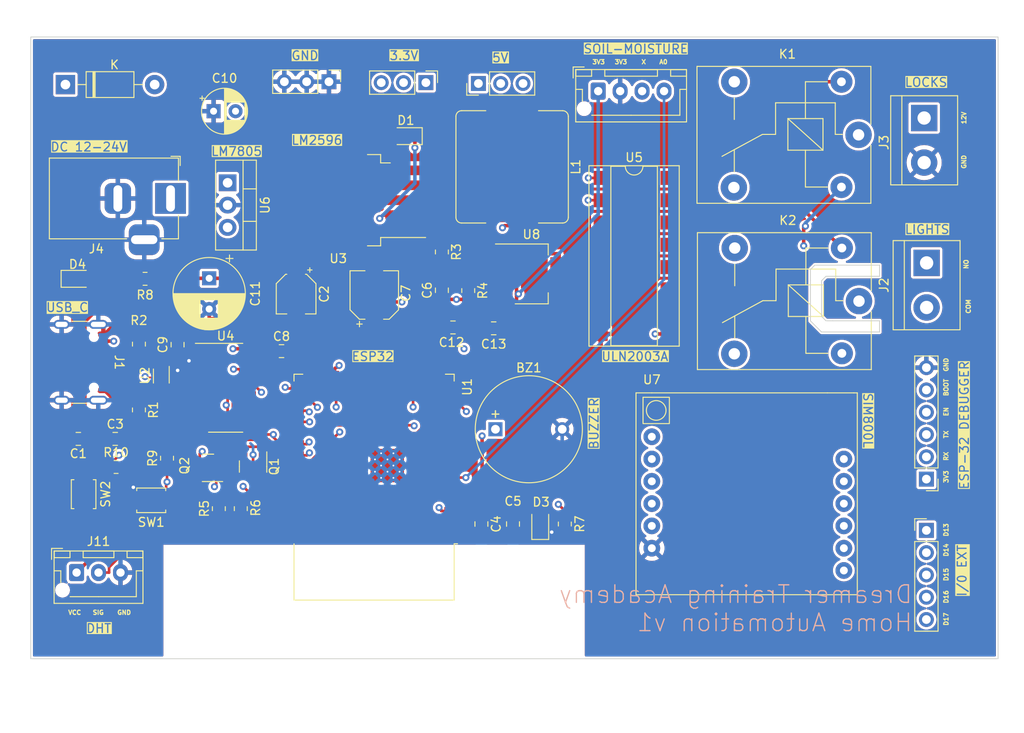
<source format=kicad_pcb>
(kicad_pcb (version 20221018) (generator pcbnew)
  (layers (0 "F.Cu" signal) (1 "In1.Cu" signal) (2 "In2.Cu" signal) (31 "B.Cu" signal) (34 "B.Paste" user) (35 "F.Paste" user) (36 "B.SilkS" user "B.Silkscreen") (37 "F.SilkS" user "F.Silkscreen") (38 "B.Mask" user) (39 "F.Mask" user) (44 "Edge.Cuts" user))
  (net 0 "")
  (net 1 "/BUZZER")
  (net 2 "GND")
  (net 3 "+5V")
  (net 4 "+3V3")
  (net 5 "+12V")
  (net 6 "+3V8")
  (net 7 "Net-(U3-FB)")
  (net 8 "/V3")
  (net 9 "Net-(D1-K)")
  (net 10 "Net-(D2-A)")
  (net 11 "Net-(D3-A)")
  (net 12 "Net-(D4-A)")
  (net 13 "Net-(J1-CC1)")
  (net 14 "/DE+")
  (net 15 "/DE-")
  (net 17 "Net-(J1-CC2)")
  (net 19 "Net-(J3-Pin_1)")
  (net 20 "Net-(J2-Pin_1)")
  (net 21 "Net-(J2-Pin_2)")
  (net 22 "/RX")
  (net 23 "/TX")
  (net 24 "/EN")
  (net 25 "/BOOT")
  (net 26 "/D13")
  (net 27 "/D14")
  (net 28 "/D15")
  (net 29 "/D16")
  (net 30 "/D17")
  (net 32 "/M_SENSE")
  (net 33 "/DHT11")
  (net 34 "/R_LOCKS_OUT")
  (net 36 "/R_LIGHTS_OUT")
  (net 38 "/RTS")
  (net 39 "Net-(Q1-B)")
  (net 40 "Net-(Q2-B)")
  (net 41 "/DTR")
  (net 42 "/LED")
  (net 45 "/D35")
  (net 46 "/D32")
  (net 47 "/D33")
  (net 48 "/D25")
  (net 49 "/D26")
  (net 50 "/D27")
  (net 58 "/GSM_RX")
  (net 59 "/GSM_TX")
  (net 60 "/R_LOCKS")
  (net 61 "/R_LIGHTS")
  (net 63 "/D21")
  (net 64 "/D-")
  (net 65 "/D+")
  (footprint "Capacitor_SMD:C_0805_2012Metric_Pad1.18x1.45mm_HandSolder" (layer "F.Cu") (at 169.5 80)
    (fp_text reference "C3")
    (fp_text value "0.1uF")
  )
  (footprint "Resistor_SMD:R_0805_2012Metric_Pad1.20x1.40mm_HandSolder" (layer "F.Cu") (at 172.2 69.2 90)
    (fp_text reference "R2")
    (fp_text value "5k1")
  )
  (footprint "Capacitor_THT:CP_Radial_D5.0mm_P2.50mm" (layer "F.Cu") (at 180.7 42.6575)
    (fp_text reference "C10")
    (fp_text value "0.1uF")
  )
  (footprint "Button_Switch_SMD:SW_SPST_B3U-1000P" (layer "F.Cu") (at 165.9 86.3 -90)
    (fp_text reference "SW2")
    (fp_text value "SW_Push")
  )
  (footprint "Resistor_SMD:R_0805_2012Metric_Pad1.20x1.40mm_HandSolder" (layer "F.Cu") (at 220.7 89.7 90)
    (fp_text reference "R7")
    (fp_text value "330E")
  )
  (footprint "Connector_PinHeader_2.54mm:PinHeader_1x06_P2.54mm_Vertical" (layer "F.Cu") (at 261.874 84.582 180)
    (fp_text reference "J6" hide)
    (fp_text value "Conn_01x06_Pin")
  )
  (footprint "Connector_USB:USB_C_Receptacle_GCT_USB4105-xx-A_16P_TopMnt_Horizontal" (layer "F.Cu") (at 164.468 71.272 -90)
    (fp_text reference "J1")
    (fp_text value "USB_C_Receptacle_USB2.0")
  )
  (footprint "Package_TO_SOT_SMD:SOT-23" (layer "F.Cu") (at 180.0625 83.3 180)
    (fp_text reference "Q2")
    (fp_text value "2N3906")
  )
  (footprint "Capacitor_SMD:C_0805_2012Metric_Pad1.18x1.45mm_HandSolder" (layer "F.Cu") (at 188.4375 70)
    (fp_text reference "C8")
    (fp_text value "0.1uF")
  )
  (footprint "Package_DIP:DIP-16_W7.62mm_SMDSocket_SmallPads" (layer "F.Cu") (at 228.59 59.15)
    (fp_text reference "U5")
    (fp_text value "ULN2003A")
  )
  (footprint "Resistor_SMD:R_0805_2012Metric_Pad1.20x1.40mm_HandSolder" (layer "F.Cu") (at 172.9 61.7575)
    (fp_text reference "R8")
    (fp_text value "1k")
  )
  (footprint "Connector_BarrelJack:BarrelJack_Horizontal" (layer "F.Cu") (at 175.8 52.6)
    (fp_text reference "J4")
    (fp_text value "Barrel_Jack_Switch")
  )
  (footprint "Connector_PinHeader_2.54mm:PinHeader_1x03_P2.54mm_Vertical" (layer "F.Cu") (at 204.875 39.4 -90)
    (fp_text reference "J7")
    (fp_text value "Conn_01x03_Pin")
  )
  (footprint "Inductor_SMD:L_Bourns_SRR1260" (layer "F.Cu") (at 214.7 49 -90)
    (fp_text reference "L1")
    (fp_text value "L")
  )
  (footprint "Capacitor_SMD:C_0805_2012Metric_Pad1.18x1.45mm_HandSolder" (layer "F.Cu") (at 176.6 69.2625 90)
    (fp_text reference "C9")
    (fp_text value "0.1uF")
  )
  (footprint "Connector_PinHeader_2.54mm:PinHeader_1x03_P2.54mm_Vertical" (layer "F.Cu") (at 193.84 39.3 -90)
    (fp_text reference "J8")
    (fp_text value "Conn_01x03_Pin")
  )
  (footprint "TerminalBlock:TerminalBlock_bornier-2_P5.08mm" (layer "F.Cu") (at 261.62 43.434 -90)
    (fp_text reference "J3")
    (fp_text value "Screw_Terminal_01x02")
  )
  (footprint "Resistor_SMD:R_0805_2012Metric_Pad1.20x1.40mm_HandSolder" (layer "F.Cu") (at 175.4 82.2 90)
    (fp_text reference "R9")
    (fp_text value "10k")
  )
  (footprint "Capacitor_THT:CP_Radial_D8.0mm_P3.50mm" (layer "F.Cu") (at 180.2 61.7 -90)
    (fp_text reference "C11")
    (fp_text value "220uF")
  )
  (footprint "sim800l_core:SIM800L-CORE" (layer "F.Cu") (at 230.606 79.756)
    (fp_text reference "U7")
    (fp_text value "SIM800L-CORE")
  )
  (footprint "Package_SO:SOIC-16_3.9x9.9mm_P1.27mm" (layer "F.Cu") (at 182.075 74.175)
    (fp_text reference "U4")
    (fp_text value "CH340C")
  )
  (footprint "Capacitor_SMD:C_0805_2012Metric_Pad1.18x1.45mm_HandSolder" (layer "F.Cu") (at 214.8 89.7 -90)
    (fp_text reference "C5")
    (fp_text value "0.1uF")
  )
  (footprint "Resistor_SMD:R_0805_2012Metric_Pad1.20x1.40mm_HandSolder" (layer "F.Cu") (at 169.6 83.2)
    (fp_text reference "R10")
    (fp_text value "10k")
  )
  (footprint "Diode_THT:D_DO-41_SOD81_P10.16mm_Horizontal" (layer "F.Cu") (at 163.83 39.624)
    (fp_text reference "D2" hide)
    (fp_text value "1N4001")
  )
  (footprint "Capacitor_SMD:C_0805_2012Metric_Pad1.18x1.45mm_HandSolder" (layer "F.Cu") (at 211.2 89.7 -90)
    (fp_text reference "C4")
    (fp_text value "22uF")
  )
  (footprint "Resistor_SMD:R_0805_2012Metric_Pad1.20x1.40mm_HandSolder" (layer "F.Cu") (at 206.7 58.7 -90)
    (fp_text reference "R3")
    (fp_text value "1k")
  )
  (footprint "Capacitor_SMD:CP_Elec_5x5.3" (layer "F.Cu") (at 199 63.6 90)
    (fp_text reference "C7")
    (fp_text value "220uF")
  )
  (footprint "Buzzer_Beeper:MagneticBuzzer_ProSignal_ABI-009-RC" (layer "F.Cu") (at 212.8 78.9)
    (fp_text reference "BZ1")
    (fp_text value "Buzzer")
  )
  (footprint "Diode_SMD:D_0805_2012Metric_Pad1.15x1.40mm_HandSolder" (layer "F.Cu") (at 202.6 45.5 180)
    (fp_text reference "D1")
    (fp_text value "1N5822")
  )
  (footprint "RF_Module:ESP32-WROOM-32D" (layer "F.Cu") (at 198.98 82.51 180)
    (fp_text reference "U1")
    (fp_text value "ESP32-WROOM-32D")
  )
  (footprint "LED_SMD:LED_0805_2012Metric_Pad1.15x1.40mm_HandSolder" (layer "F.Cu") (at 217.9 89.6 90)
    (fp_text reference "D3")
    (fp_text value "LED")
  )
  (footprint "Capacitor_SMD:C_0805_2012Metric_Pad1.18x1.45mm_HandSolder" (layer "F.Cu") (at 165.3 80 180)
    (fp_text reference "C1")
    (fp_text value "22uF")
  )
  (footprint "Connector_PinHeader_2.54mm:PinHeader_1x03_P2.54mm_Vertical" (layer "F.Cu") (at 210.86 39.5 90)
    (fp_text reference "J5" hide)
    (fp_text value "Conn_01x03_Pin")
  )
  (footprint "Resistor_SMD:R_0805_2012Metric_Pad1.20x1.40mm_HandSolder" (layer "F.Cu") (at 181.3 87.95 90)
    (fp_text reference "R5")
    (fp_text value "10k")
  )
  (footprint "Connector_PinHeader_2.54mm:PinHeader_1x05_P2.54mm_Vertical" (layer "F.Cu") (at 261.874 90.424)
    (fp_text reference "J9" hide)
    (fp_text value "Conn_01x05_Pin")
  )
  (footprint "Package_TO_SOT_SMD:SOT-666" (layer "F.Cu") (at 174.75 72.8375 -90)
    (fp_text reference "U2")
    (fp_text value "USBLC6-2P6")
  )
  (footprint "Resistor_SMD:R_0805_2012Metric_Pad1.20x1.40mm_HandSolder" (layer "F.Cu") (at 172.2 76.7 -90)
    (fp_text reference "R1")
    (fp_text value "5k1")
  )
  (footprint "Package_TO_SOT_SMD:SOT-223-3_TabPin2" (layer "F.Cu") (at 216.9 61.2)
    (fp_text reference "U8")
    (fp_text value "LM1117MP-3.3" hide)
  )
  (footprint "Button_Switch_SMD:SW_SPST_B3U-1000P" (layer "F.Cu") (at 173.6 87 180)
    (fp_text reference "SW1")
    (fp_text value "SW_Push")
  )
  (footprint "Connector_JST:JST_XH_B4B-XH-AM_1x04_P2.50mm_Vertical" (layer "F.Cu") (at 224.5 40.369)
    (fp_text reference "J10")
    (fp_text value "Conn_01x04_Pin")
  )
  (footprint "Capacitor_SMD:C_0805_2012Metric_Pad1.18x1.45mm_HandSolder" (layer "F.Cu") (at 212.6 67.4)
    (fp_text reference "C13")
    (fp_text value "10uF" hide)
  )
  (footprint "TerminalBlock:TerminalBlock_bornier-2_P5.08mm" (layer "F.Cu") (at 261.9 59.944 -90)
    (fp_text reference "J2")
    (fp_text value "Screw_Terminal_01x02")
  )
  (footprint "Resistor_SMD:R_0805_2012Metric_Pad1.20x1.40mm_HandSolder" (layer "F.Cu") (at 209.7 63.1 -90)
    (fp_text reference "R4")
    (fp_text value "2k")
  )
  (footprint "Package_TO_SOT_THT:TO-220-3_Vertical" (layer "F.Cu") (at 182.3 50.8175 -90)
    (fp_text reference "U6")
    (fp_text value "LM7805_TO220")
  )
  (footprint "Capacitor_SMD:CP_Elec_4x3.9" (layer "F.Cu") (at 190.1 63.5 -90)
    (fp_text reference "C2")
    (fp_text value "100uF")
  )
  (footprint "Capacitor_SMD:C_0805_2012Metric_Pad1.18x1.45mm_HandSolder" (layer "F.Cu") (at 207.9625 67.3)
    (fp_text reference "C12")
    (fp_text value "22uF" hide)
  )
  (footprint "Connector_JST:JST_XH_B3B-XH-AM_1x03_P2.50mm_Vertical" (layer "F.Cu") (at 165.1 95.233)
    (fp_text reference "J11")
    (fp_text value "Conn_01x03_Pin")
  )
  (footprint "Package_TO_SOT_SMD:SOT-23" (layer "F.Cu") (at 185.2 83.15 -90)
    (fp_text reference "Q1")
    (fp_text value "2N3904")
  )
  (footprint "Relay_THT:Relay_SPDT_SANYOU_SRD_Series_Form_C" (layer "F.Cu") (at 254.15 45.35 180)
    (fp_text reference "K1")
    (fp_text value "SANYOU_SRD_Form_C")
  )
  (footprint "Relay_THT:Relay_SPDT_SANYOU_SRD_Series_Form_C" (layer "F.Cu") (at 254.2 64.3 180)
    (fp_text reference "K2")
    (fp_text value "SANYOU_SRD_Form_C")
  )
  (footprint "Package_TO_SOT_SMD:TO-263-5_TabPin3" (layer "F.Cu") (at 194.9 52.8 180)
    (fp_text reference "U3")
    (fp_text value "LM2596S-ADJ")
  )
  (footprint "Resistor_SMD:R_0805_2012Metric_Pad1.20x1.40mm_HandSolder" (layer "F.Cu") (at 183.8 87.95 90)
    (fp_text reference "R6")
    (fp_text value "10K")
  )
  (footprint "Capacitor_SMD:C_0805_2012Metric_Pad1.18x1.45mm_HandSolder" (layer "F.Cu") (at 206.7 63.0625 90)
    (fp_text reference "C6")
    (fp_text value "10nF" hide)
  )
  (footprint "LED_SMD:LED_0805_2012Metric_Pad1.15x1.40mm_HandSolder" (layer "F.Cu") (at 165.2 61.7575)
    (fp_text reference "D4")
    (fp_text value "LED")
  )
  (gr_line (start 248.666 60.706) (end 249.174 60.198) (stroke (width 0.1)) (layer "Edge.Cuts"))
  (gr_line (start 250.444 61.468) (end 256.54 61.468) (stroke (width 0.1)) (layer "Edge.Cuts"))
  (gr_line (start 250.444 66.548) (end 249.936 66.04) (stroke (width 0.1)) (layer "Edge.Cuts"))
  (gr_line (start 249.936 61.976) (end 250.444 61.468) (stroke (width 0.1)) (layer "Edge.Cuts"))
  (gr_line (start 248.666 66.548) (end 249.936 67.818) (stroke (width 0.1)) (layer "Edge.Cuts"))
  (gr_line (start 248.666 61.976) (end 248.666 60.706) (stroke (width 0.1)) (layer "Edge.Cuts"))
  (gr_line (start 256.54 61.468) (end 256.54 60.198) (stroke (width 0.1)) (layer "Edge.Cuts"))
  (gr_line (start 249.174 60.198) (end 256.54 60.198) (stroke (width 0.1)) (layer "Edge.Cuts"))
  (gr_line (start 248.666 61.976) (end 248.666 66.548) (stroke (width 0.1)) (layer "Edge.Cuts"))
  (gr_line (start 251.206 66.548) (end 250.444 66.548) (stroke (width 0.1)) (layer "Edge.Cuts"))
  (gr_line (start 256.54 66.548) (end 251.206 66.548) (stroke (width 0.1)) (layer "Edge.Cuts"))
  (gr_line (start 249.936 67.818) (end 256.54 67.818) (stroke (width 0.1)) (layer "Edge.Cuts"))
  (gr_line (start 256.54 67.818) (end 256.54 66.548) (stroke (width 0.1)) (layer "Edge.Cuts"))
  (gr_line (start 249.936 66.04) (end 249.936 61.976) (stroke (width 0.1)) (layer "Edge.Cuts"))
  (gr_rect (start 159.882 34.2) (end 270.04 105.05) (stroke (width 0.1)) (fill none) (layer "Edge.Cuts"))
  (gr_text "Dreamer Training Academy\nHome Automation v1" (at 260.4 102.1) (layer "B.SilkS") (effects (font (size 2 2)) (justify left bottom mirror)))
  (gr_text "SIM800L" (at 255.204 74.678 -90) (layer "F.SilkS" knockout) (effects (font (size 1 1)) (justify left)))
  (gr_text "3V3" (at 223.774 37.338) (layer "F.SilkS") (effects (font (size 0.5 0.5) (thickness 0.125)) (justify left bottom)))
  (gr_text "EN" (at 264.414 77.47 90) (layer "F.SilkS") (effects (font (size 0.5 0.5) (thickness 0.125)) (justify left bottom)))
  (gr_text "TX" (at 264.414 80.01 90) (layer "F.SilkS") (effects (font (size 0.5 0.5) (thickness 0.125)) (justify left bottom)))
  (gr_text "5V\n" (at 212.344 36.576) (layer "F.SilkS" knockout) (effects (font (size 1 1)) (justify left)))
  (gr_text "LOCKS" (at 259.334 39.37) (layer "F.SilkS" knockout) (effects (font (size 1 1)) (justify left)))
  (gr_text "GND" (at 264.414 72.39 90) (layer "F.SilkS") (effects (font (size 0.5 0.5) (thickness 0.125)) (justify left bottom)))
  (gr_text "BUZZER" (at 224.028 81.28 90) (layer "F.SilkS" knockout) (effects (font (size 1 1)) (justify left)))
  (gr_text "LM7805" (at 180.34 47.244) (layer "F.SilkS" knockout) (effects (font (size 1 1)) (justify left)))
  (gr_text "LM2596" (at 189.484 45.974) (layer "F.SilkS" knockout) (effects (font (size 1 1)) (justify left)))
  (gr_text "NO" (at 266.7 60.706 90) (layer "F.SilkS") (effects (font (size 0.5 0.5) (thickness 0.125)) (justify left bottom)))
  (gr_text "SOIL-MOISTURE\n" (at 222.758 35.56) (layer "F.SilkS" knockout) (effects (font (size 1 1)) (justify left)))
  (gr_text "DC 12-24V\n" (at 162.052 46.736) (layer "F.SilkS" knockout) (effects (font (size 1 1)) (justify left)))
  (gr_text "I/0 EXT" (at 265.938 98.044 90) (layer "F.SilkS" knockout) (effects (font (size 1 1)) (justify left)))
  (gr_text "A0" (at 231.394 37.338) (layer "F.SilkS") (effects (font (size 0.5 0.5) (thickness 0.125)) (justify left bottom)))
  (gr_text "SIG" (at 166.878 100.076) (layer "F.SilkS") (effects (font (size 0.5 0.5) (thickness 0.125)) (justify left bottom)))
  (gr_text "D14" (at 264.414 93.472 90) (layer "F.SilkS") (effects (font (size 0.5 0.5) (thickness 0.125)) (justify left bottom)))
  (gr_text "GND\n" (at 189.484 36.322) (layer "F.SilkS" knockout) (effects (font (size 1 1)) (justify left)))
  (gr_text "RX" (at 264.414 82.55 90) (layer "F.SilkS") (effects (font (size 0.5 0.5) (thickness 0.125)) (justify left bottom)))
  (gr_text "LIGHTS" (at 259.334 56.134) (layer "F.SilkS" knockout) (effects (font (size 1 1)) (justify left)))
  (gr_text "ESP32" (at 196.342 70.612) (layer "F.SilkS" knockout) (effects (font (size 1 1)) (justify left)))
  (gr_text "GND" (at 266.446 49.276 90) (layer "F.SilkS") (effects (font (size 0.5 0.5) (thickness 0.125)) (justify left bottom)))
  (gr_text "GND" (at 169.672 100.076) (layer "F.SilkS") (effects (font (size 0.5 0.5) (thickness 0.125)) (justify left bottom)))
  (gr_text "D15" (at 264.414 96.266 90) (layer "F.SilkS") (effects (font (size 0.5 0.5) (thickness 0.125)) (justify left bottom)))
  (gr_text "USB_C" (at 161.544 65.024) (layer "F.SilkS" knockout) (effects (font (size 1 1)) (justify left)))
  (gr_text "3V3" (at 226.314 37.338) (layer "F.SilkS") (effects (font (size 0.5 0.5) (thickness 0.125)) (justify left bottom)))
  (gr_text "D16" (at 264.414 98.806 90) (layer "F.SilkS") (effects (font (size 0.5 0.5) (thickness 0.125)) (justify left bottom)))
  (gr_text "ESP-32 DEBUGGER" (at 266.192 85.852 90) (layer "F.SilkS" knockout) (effects (font (size 1 1)) (justify left)))
  (gr_text "3V3" (at 264.414 85.09 90) (layer "F.SilkS") (effects (font (size 0.5 0.5) (thickness 0.125)) (justify left bottom)))
  (gr_text "D13" (at 264.414 91.186 90) (layer "F.SilkS") (effects (font (size 0.5 0.5) (thickness 0.125)) (justify left bottom)))
  (gr_text "3.3V\n" (at 200.66 36.322) (layer "F.SilkS" knockout) (effects (font (size 1 1)) (justify left)))
  (gr_text "VCC" (at 164.084 100.076) (layer "F.SilkS") (effects (font (size 0.5 0.5) (thickness 0.125)) (justify left bottom)))
  (gr_text "ULN2003A" (at 224.79 70.612) (layer "F.SilkS" knockout) (effects (font (size 1 1)) (justify left)))
  (gr_text "X" (at 229.362 37.338) (layer "F.SilkS") (effects (font (size 0.5 0.5) (thickness 0.125)) (justify left bottom)))
  (gr_text "12V" (at 266.446 44.196 90) (layer "F.SilkS") (effects (font (size 0.5 0.5) (thickness 0.125)) (justify left bottom)))
  (gr_text "DHT" (at 166.116 101.6) (layer "F.SilkS" knockout) (effects (font (size 1 1)) (justify left)))
  (gr_text "D17" (at 264.414 101.346 90) (layer "F.SilkS") (effects (font (size 0.5 0.5) (thickness 0.125)) (justify left bottom)))
  (gr_text "COM" (at 266.954 65.786 90) (layer "F.SilkS") (effects (font (size 0.5 0.5) (thickness 0.125)) (justify left bottom)))
  (gr_text "BOOT" (at 264.414 75.184 90) (layer "F.SilkS") (effects (font (size 0.5 0.5) (thickness 0.125)) (justify left bottom)))
  (segment (start 191.3319 88.22) (end 191.3319 82.9444) (width 0.3) (layer "F.Cu") (net 1))
  (segment (start 191.3319 82.9444) (end 195.0627 79.2136) (width 0.3) (layer "F.Cu") (net 1))
  (segment (start 190.23 88.22) (end 191.3319 88.22) (width 0.3) (layer "F.Cu") (net 1))
  (via (at 195.0627 79.2136) (size 0.8) (drill 0.4) (layers "F.Cu" "B.Cu") (net 1))
  (segment (start 200.48 84.44) (end 201.18 84.44) (width 0.4) (layer "F.Cu") (net 2))
  (segment (start 164.6949 66.9519) (end 164.6949 66.952) (width 0.4) (layer "F.Cu") (net 2))
  (segment (start 176.1 72.7) (end 176.2 72.6) (width 0.25) (layer "F.Cu") (net 2))
  (segment (start 190.1 65.3) (end 189.475 65.925) (width 0.4) (layer "F.Cu") (net 2))
  (segment (start 223.5118 67.9737) (end 223.5781 68.04) (width 0.4) (layer "F.Cu") (net 2))
  (segment (start 199.78 83.04) (end 200.48 83.04) (width 0.4) (layer "F.Cu") (net 2))
  (segment (start 199.78 84.44) (end 200.48 84.44) (width 0.4) (layer "F.Cu") (net 2))
  (segment (start 207.1541 90.76) (end 206.5781 90.76) (width 0.4) (layer "F.Cu") (net 2))
  (segment (start 207.9 58.9) (end 206.7 57.7) (width 0.4) (layer "F.Cu") (net 2))
  (segment (start 171.3256 67.3256) (end 172.2 68.2) (width 0.4) (layer "F.Cu") (net 2))
  (segment (start 210.2474 68.5474) (end 212.4901 68.5474) (width 0.4) (layer "F.Cu") (net 2))
  (segment (start 168.2785 68.072) (end 168.148 68.072) (width 0.4) (layer "F.Cu") (net 2))
  (segment (start 195.825 50.025) (end 198.6 52.8) (width 0.4) (layer "F.Cu") (net 2))
  (segment (start 176.2 72.6) (end 176.606668 72.193332) (width 0.25) (layer "F.Cu") (net 2))
  (segment (start 164.2625 80) (end 164.6949 79.5676) (width 0.4) (layer "F.Cu") (net 2))
  (segment (start 171.7925 85.7481) (end 171.9 85.7481) (width 0.4) (layer "F.Cu") (net 2))
  (segment (start 180.2 65.2) (end 180.2 66.3005) (width 0.4) (layer "F.Cu") (net 2))
  (segment (start 201.575 49.4) (end 202.55 49.4) (width 0.4) (layer "F.Cu") (net 2))
  (segment (start 164.6949 62.2774) (end 164.6949 65.8009) (width 0.4) (layer "F.Cu") (net 2))
  (segment (start 197.1819 90.76) (end 201.88 86.0619) (width 0.4) (layer "F.Cu") (net 2))
  (segment (start 201.88 84.44) (end 201.88 86.0619) (width 0.4) (layer "F.Cu") (net 2))
  (segment (start 198.6 52.8) (end 202.55 52.8) (width 0.4) (layer "F.Cu") (net 2))
  (segment (start 207.73 90.76) (end 211.1775 90.76) (width 0.4) (layer "F.Cu") (net 2))
  (segment (start 177.9 70.1) (end 178.27 69.73) (width 0.25) (layer "F.Cu") (net 2))
  (segment (start 171.5621 85.5177) (end 171.7925 85.7481) (width 0.4) (layer "F.Cu") (net 2))
  (segment (start 169.3882 81.1493) (end 165.4118 81.1493) (width 0.4) (layer "F.Cu") (net 2))
  (segment (start 212.4901 68.5474) (end 213.0638 67.9737) (width 0.4) (layer "F.Cu") (net 2))
  (segment (start 171.9 87) (end 171.9 85.7481) (width 0.4) (layer "F.Cu") (net 2))
  (segment (start 164.6481 85.8962) (end 164.6481 81.913) (width 0.4) (layer "F.Cu") (net 2))
  (segment (start 189.475 65.925) (end 189.475 66.3005) (width 0.4) (layer "F.Cu") (net 2))
  (segment (start 178.095 68.225) (end 178.1853 68.3152) (width 0.4) (layer "F.Cu") (net 2))
  (segment (start 189.475 70) (end 202.8419 70) (width 0.4) (layer "F.Cu") (net 2))
  (segment (start 201.575 49.4) (end 201.575 45.5) (width 0.4) (layer "F.Cu") (net 2))
  (segment (start 169.0249 75.2184) (end 168.2785 74.472) (width 0.4) (layer "F.Cu") (net 2))
  (segment (start 164.175 61.7575) (end 164.6949 62.2774) (width 0.4) (layer "F.Cu") (net 2))
  (segment (start 201.575 49.4) (end 196.45 49.4) (width 0.4) (layer "F.Cu") (net 2))
  (segment (start 178.1853 68.3152) (end 179.6 69.73) (width 0.4) (layer "F.Cu") (net 2))
  (segment (start 180.2 66.3005) (end 189.475 66.3005) (width 0.4) (layer "F.Cu") (net 2))
  (segment (start 190.23 90.76) (end 197.1819 90.76) (width 0.4) (layer "F.Cu") (net 2))
  (segment (start 172.2 78.3375) (end 170.5375 80) (width 0.4) (layer "F.Cu") (net 2))
  (segment (start 172.2 68.2) (end 176.575 68.2) (width 0.4) (layer "F.Cu") (net 2))
  (segment (start 193.4 50.025) (end 195.825 50.025) (width 0.4) (layer "F.Cu") (net 2))
  (segment (start 194 61.4) (end 190.1 65.3) (width 0.4) (layer "F.Cu") (net 2))
  (segment (start 163.393 75.592) (end 164.6949 75.592) (width 0.4) (layer "F.Cu") (net 2))
  (segment (start 214.9125 90.625) (end 214.8 90.7375) (width 0.4) (layer "F.Cu") (net 2))
  (segment (start 224.78 68.04) (end 223.5781 68.04) (width 0.4) (layer "F.Cu") (net 2))
  (segment (start 168.2785 74.472) (end 168.148 74.472) (width 0.4) (layer "F.Cu") (net 2))
  (segment (start 174.75 71.9125) (end 174.75 72.35) (width 0.25) (layer "F.Cu") (net 2))
  (segment (start 165.9 88) (end 165.9 87.1481) (width 0.4) (layer "F.Cu") (net 2))
  (segment (start 213.6375 67.9737) (end 223.5118 67.9737) (width 0.4) (layer "F.Cu") (net 2))
  (segment (start 201.18 84.44) (end 201.88 84.44) (width 0.4) (layer "F.Cu") (net 2))
  (segment (start 199.08 84.44) (end 199.78 84.44) (width 0.4) (layer "F.Cu") (net 2))
  (segment (start 201.88 80.7881) (end 202.4485 80.7881) (width 0.4) (layer "F.Cu") (net 2))
  (segment (start 164.6934 66.9504) (end 164.6949 66.9519) (width 0.4) (layer "F.Cu") (net 2))
  (segment (start 188.7575 53.3575) (end 182.3 53.3575) (width 0.4) (layer "F.Cu") (net 2))
  (segment (start 209.1191 67.419) (end 209 67.3) (width 0.4) (layer "F.Cu") (net 2))
  (segment (start 213.0638 67.9737) (end 213.6375 67.9737) (width 0.4) (layer "F.Cu") (net 2))
  (segment (start 176.575 68.2) (end 176.6 68.225) (width 0.4) (layer "F.Cu") (net 2))
  (segment (start 202.55 49.4) (end 204.2101 49.4) (width 0.4) (layer "F.Cu") (net 2))
  (segment (start 190.975 50.025) (end 193.4 50.025) (width 0.4) (layer "F.Cu") (net 2))
  (segment (start 176.6 68.225) (end 178.095 68.225) (width 0.4) (layer "F.Cu") (net 2))
  (segment (start 164.2625 80) (end 165.4118 81.1493) (width 0.4) (layer "F.Cu") (net 2))
  (segment (start 202.4485 80.7881) (end 204.69 78.5466) (width 0.4) (layer "F.Cu") (net 2))
  (segment (start 211.2 90.7375) (end 214.8 90.7375) (width 0.4) (layer "F.Cu") (net 2))
  (segment (start 217.9 90.625) (end 219.2057 90.625) (width 0.4) (layer "F.Cu") (net 2))
  (segment (start 167.573 75.592) (end 169.0249 75.592) (width 0.4) (layer "F.Cu") (net 2))
  (segment (start 164.6481 81.913) (end 165.4118 81.1493) (width 0.4) (layer "F.Cu") (net 2))
  (segment (start 178.1853 68.3152) (end 180.2 66.3005) (width 0.4) (layer "F.Cu") (net 2))
  (segment (start 193.4 52.8) (end 193.4 55.575) (width 0.4) (layer "F.Cu") (net 2))
  (segment (start 190.975 55.575) (end 188.7575 53.3575) (width 0.4) (layer "F.Cu") (net 2))
  (segment (start 169.0249 75.592) (end 169.0249 75.2184) (width 0.4) (layer "F.Cu") (net 2))
  (segment (start 213.75 58.9) (end 207.9 58.9) (width 0.4) (layer "F.Cu") (net 2))
  (segment (start 163.393 66.952) (end 164.6949 66.952) (width 0.4) (layer "F.Cu") (net 2))
  (segment (start 201.18 81.64) (end 201.88 81.64) (width 0.4) (layer "F.Cu") (net 2))
  (segment (start 204.69 73) (end 204.69 71.8481) (width 0.4) (layer "F.Cu") (net 2))
  (segment (start 172.2 77.7) (end 172.2 78.3375) (width 0.4) (layer "F.Cu") (net 2))
  (segment (start 209.1191 67.419) (end 210.2474 68.5474) (width 0.4) (layer "F.Cu") (net 2))
  (segment (start 193.4 55.575) (end 195.825 55.575) (width 0.4) (layer "F.Cu") (net 2))
  (segment (start 209.1191 67.419) (end 204.69 71.8481) (width 0.4) (layer "F.Cu") (net 2))
  (segment (start 164.6949 65.8009) (end 164.6934 65.8024) (width 0.4) (layer "F.Cu") (net 2))
  (segment (start 199.08 83.04) (end 199.78 83.04) (width 0.4) (layer "F.Cu") (net 2))
  (segment (start 169.0249 66.952) (end 169.0249 67.3256) (width 0.4) (layer "F.Cu") (net 2))
  (segment (start 199 61.4) (end 194 61.4) (width 0.4) (layer "F.Cu") (net 2))
  (segment (start 189.475 66.3005) (end 189.475 70) (width 0.4) (layer "F.Cu") (net 2))
  (segment (start 164.6949 79.5676) (end 164.6949 75.592) (width 0.4) (layer "F.Cu") (net 2))
  (segment (start 169.0249 67.3256) (end 171.3256 67.3256) (width 0.4) (layer "F.Cu") (net 2))
  (segment (start 202.8419 70) (end 204.69 71.8481) (width 0.4) (layer "F.Cu") (net 2))
  (segment (start 201.88 86.0619) (end 206.5781 90.76) (width 0.4) (layer "F.Cu") (net 2))
  (segment (start 178.27 69.73) (end 179.6 69.73) (width 0.25) (layer "F.Cu") (net 2))
  (segment (start 174.75 72.35) (end 175.1 72.7) (width 0.25) (layer "F.Cu") (net 2))
  (segment (start 167.573 66.952) (end 169.0249 66.952) (width 0.4) (layer "F.Cu") (net 2))
  (segment (start 193.4 50.025) (end 193.4 52.8) (width 0.4) (layer "F.Cu") (net 2))
  (segment (start 204.69 78.5466) (end 204.69 73) (width 0.4) (layer "F.Cu") (net 2))
  (segment (start 196.45 49.4) (end 195.825 50.025) (width 0.4) (layer "F.Cu") (net 2))
  (segment (start 204.2101 49.4) (end 206.7 51.8899) (width 0.4) (layer "F.Cu") (net 2))
  (segment (start 200.48 83.04) (end 201.18 83.04) (width 0.4) (layer "F.Cu") (net 2))
  (segment (start 199.08 81.64) (end 199.78 81.64) (width 0.4) (layer "F.Cu") (net 2))
  (segment (start 201.88 81.64) (end 201.88 80.7881) (width 0.4) (layer "F.Cu") (net 2))
  (segment (start 170.5375 80) (end 169.3882 81.1493) (width 0.4) (layer "F.Cu") (net 2))
  (segment (start 213.6375 67.4) (end 213.6375 67.9737) (width 0.4) (layer "F.Cu") (net 2))
  (segment (start 177.9 71.1) (end 177.9 70.1) (width 0.25) (layer "F.Cu") (net 2))
  (segment (start 211.1775 90.76) (end 211.2 90.7375) (width 0.4) (layer "F.Cu") (net 2))
  (segment (start 175.1 72.7) (end 176.1 72.7) (width 0.25) (layer "F.Cu") (net 2))
  (segment (start 165.9 87.1481) (end 164.6481 85.8962) (width 0.4) (layer "F.Cu") (net 2))
  (segment (start 207.1541 90.76) (end 207.73 90.76) (width 0.4) (layer "F.Cu") (net 2))
  (segment (start 206.7 51.8899) (end 206.7 57.7) (width 0.4) (layer "F.Cu") (net 2))
  (segment (start 190.975 55.575) (end 193.4 55.575) (width 0.4) (layer "F.Cu") (net 2))
  (segment (start 169.0249 67.3256) (end 168.2785 68.072) (width 0.4) (layer "F.Cu") (net 2))
  (segment (start 217.9 90.625) (end 214.9125 90.625) (width 0.4) (layer "F.Cu") (net 2))
  (segment (start 164.6934 65.8024) (end 164.6934 66.9504) (width 0.4) (layer "F.Cu") (net 2))
  (segment (start 201.18 83.04) (end 201.88 83.04) (width 0.4) (layer "F.Cu") (net 2))
  (segment (start 199.78 81.64) (end 200.48 81.64) (width 0.4) (layer "F.Cu") (net 2))
  (segment (start 200.48 81.64) (end 201.18 81.64) (width 0.4) (layer "F.Cu") (net 2))
  (via (at 219.2057 90.625) (size 0.8) (drill 0.4) (layers "F.Cu" "B.Cu") (net 2))
  (via (at 176.606668 72.193332) (size 0.8) (drill 0.4) (layers "F.Cu" "B.Cu") (net 2))
  (via (at 171.5621 85.5177) (size 0.8) (drill 0.4) (layers "F.Cu" "B.Cu") (net 2))
  (via (at 177.9 71.1) (size 0.8) (drill 0.4) (layers "F.Cu" "B.Cu") (net 2))
  (segment (start 230.606 92.456) (end 224.9779 86.8279) (width 0.4) (layer "B.Cu") (net 2))
  (segment (start 220.4 78.9) (end 220.4 84.2251) (width 0.4) (layer "B.Cu") (net 2))
  (segment (start 220.4 84.2251) (end 223.0028 86.8279) (width 0.4) (layer "B.Cu") (net 2))
  (segment (start 224.9779 86.8279) (end 223.0028 86.8279) (width 0.4) (layer "B.Cu") (net 2))
  (segment (start 223.0028 86.8279) (end 219.2057 90.625) (width 0.4) (layer "B.Cu") (net 2))
  (segment (start 176.806668 72.193332) (end 177.9 71.1) (width 0.25) (layer "B.Cu") (net 2))
  (segment (start 176.606668 72.193332) (end 176.806668 72.193332) (width 0.25) (layer "B.Cu") (net 2))
  (segment (start 168.7229 73.672) (end 169.6585 74.6076) (width 0.4) (layer "F.Cu") (net 3))
  (segment (start 232.4 68.04) (end 231.1981 68.04) (width 0.4) (layer "F.Cu") (net 3))
  (segment (start 247.9 55.9552) (end 248.1 55.7552) (width 0.4) (layer "F.Cu") (net 3))
  (segment (start 166.3375 80) (end 168.4625 80) (width 0.4) (layer "F.Cu") (net 3))
  (segment (start 173 73) (end 172.9 72.9) (width 0.2) (layer "F.Cu") (net 3))
  (segment (start 172.0588 63.5987) (end 173.9 61.7575) (width 0.4) (layer "F.Cu") (net 3))
  (segment (start 169.6585 78.804) (end 168.4625 80) (width 0.4) (layer "F.Cu") (net 3))
  (segment (start 247.9 58) (end 247.9 55.9552) (width 0.4) (layer "F.Cu") (net 3))
  (segment (start 180.2 61.7) (end 181.4019 61.7) (width 0.4) (layer "F.Cu") (net 3))
  (segment (start 213.75 63.5) (end 213.75 64.6519) (width 0.4) (layer "F.Cu") (net 3))
  (segment (start 206.925 65.8202) (end 206.925 67.3) (width 0.4) (layer "F.Cu") (net 3))
  (segment (start 202.55 56.2) (end 200.3044 58.4456) (width 0.4) (layer "F.Cu") (net 3))
  (segment (start 174.6 73) (end 173 73) (width 0.2) (layer "F.Cu") (net 3))
  (segment (start 173.9575 61.7) (end 173.9 61.7575) (width 0.4) (layer "F.Cu") (net 3))
  (segment (start 213.0582 65.3437) (end 207.4015 65.3437) (width 0.4) (layer "F.Cu") (net 3))
  (segment (start 166.0462 79.7087) (end 166.0462 66.6438) (width 0.4) (layer "F.Cu") (net 3))
  (segment (start 166.0462 66.6438) (end 169.0913 63.5987) (width 0.4) (layer "F.Cu") (net 3))
  (segment (start 169.0913 63.5987) (end 172.0588 63.5987) (width 0.4) (layer "F.Cu") (net 3))
  (segment (start 206.925 65.8202) (end 206.6365 65.8202) (width 0.4) (layer "F.Cu") (net 3))
  (segment (start 174.75 73.15) (end 174.6 73) (width 0.2) (layer "F.Cu") (net 3))
  (segment (start 206.6365 65.8202) (end 200.3044 59.4881) (width 0.4) (layer "F.Cu") (net 3))
  (segment (start 166.3375 80) (end 166.0462 79.7087) (width 0.4) (layer "F.Cu") (net 3))
  (segment (start 200.3044 58.4456) (end 200.3044 59.4881) (width 0.4) (layer "F.Cu") (net 3))
  (segment (start 213.75 64.6519) (end 213.0582 65.3437) (width 0.4) (layer "F.Cu") (net 3))
  (segment (start 180.2 61.7) (end 173.9575 61.7) (width 0.4) (layer "F.Cu") (net 3))
  (segment (start 168.1607 68.8593) (end 168.148 68.872) (width 0.4) (layer "F.Cu") (net 3))
  (segment (start 200.3044 59.4881) (end 192.3119 59.4881) (width 0.4) (layer "F.Cu") (net 3))
  (segment (start 168.148 73.672) (end 168.7229 73.672) (width 0.4) (layer "F.Cu") (net 3))
  (segment (start 207.4015 65.3437) (end 206.925 65.8202) (width 0.4) (layer "F.Cu") (net 3))
  (segment (start 169.6585 74.6076) (end 169.6585 78.804) (width 0.4) (layer "F.Cu") (net 3))
  (segment (start 174.75 73.7625) (end 174.75 73.15) (width 0.2) (layer "F.Cu") (net 3))
  (segment (start 169.3301 68.8593) (end 168.1607 68.8593) (width 0.4) (layer "F.Cu") (net 3))
  (segment (start 192.3119 59.4881) (end 190.1 61.7) (width 0.4) (layer "F.Cu") (net 3))
  (segment (start 231.1981 68.04) (end 230.9875 68.04) (width 0.4) (layer "F.Cu") (net 3))
  (segment (start 190.1 61.7) (end 181.4019 61.7) (width 0.4) (layer "F.Cu") (net 3))
  (via (at 172.9 72.9) (size 0.8) (drill 0.4) (layers "F.Cu" "B.Cu") (net 3))
  (via (at 248.1 55.7552) (size 0.8) (drill 0.4) (layers "F.Cu" "B.Cu") (net 3))
  (via (at 169.3301 68.8593) (size 0.8) (drill 0.4) (layers "F.Cu" "B.Cu") (net 3))
  (via (at 230.9875 68.04) (size 0.8) (drill 0.4) (layers "F.Cu" "B.Cu") (net 3))
  (via (at 247.9 58) (size 0.8) (drill 0.4) (layers "F.Cu" "B.Cu") (net 3))
  (segment (start 248.1 55.4) (end 252.2 51.3) (width 0.4) (layer "B.Cu") (net 3))
  (segment (start 248.1 55.7552) (end 248.1 55.4) (width 0.4) (layer "B.Cu") (net 3))
  (segment (start 215.2018 63.4811) (end 215.2018 61.2) (width 0.4) (layer "F.Cu") (net 4))
  (segment (start 212.8275 66.135) (end 213.4362 66.135) (width 0.4) (layer "F.Cu") (net 4))
  (segment (start 170.6 89.733) (end 170.6 83.2) (width 0.4) (layer "F.Cu") (net 4))
  (segment (start 210.3725 89.49) (end 211.2 88.6625) (width 0.4) (layer "F.Cu") (net 4))
  (segment (start 170.6 83.2) (end 173.4 83.2) (width 0.4) (layer "F.Cu") (net 4))
  (segment (start 207.73 89.49) (end 210.3725 89.49) (width 0.4) (layer "F.Cu") (net 4))
  (segment (start 187.13 69.73) (end 187.4 70) (width 0.4) (layer "F.Cu") (net 4))
  (segment (start 215.2018 64.3694) (end 215.2018 63.4811) (width 0.4) (layer "F.Cu") (net 4))
  (segment (start 220.05 61.2) (end 220.05 58.8981) (width 0.4) (layer "F.Cu") (net 4))
  (segment (start 173.4 83.2) (end 175.4 81.2) (width 0.4) (layer "F.Cu") (net 4))
  (segment (start 211.2787 88.6625) (end 211.2787 79.6619) (width 0.4) (layer "F.Cu") (net 4))
  (segment (start 217.5037 58.8981) (end 215.2018 61.2) (width 0.4) (layer "F.Cu") (net 4))
  (segment (start 165.1 95.233) (end 170.6 89.733) (width 0.4) (layer "F.Cu") (net 4))
  (segment (start 211.2787 88.6625) (end 214.8 88.6625) (width 0.4) (layer "F.Cu") (net 4))
  (segment (start 220.05 58.8981) (end 217.5037 58.8981) (width 0.4) (layer "F.Cu") (net 4))
  (segment (start 215.4206 63.4811) (end 215.2018 63.4811) (width 0.4) (layer "F.Cu") (net 4))
  (segment (start 211.2 88.6625) (end 211.2787 88.6625) (width 0.4) (layer "F.Cu") (net 4))
  (segment (start 213.4362 66.135) (end 215.2018 64.3694) (width 0.4) (layer "F.Cu") (net 4))
  (segment (start 182.906 69.73) (end 184.55 69.73) (width 0.4) (layer "F.Cu") (net 4))
  (segment (start 215.2018 61.2) (end 213.75 61.2) (width 0.4) (layer "F.Cu") (net 4))
  (segment (start 184.55 69.73) (end 187.13 69.73) (width 0.4) (layer "F.Cu") (net 4))
  (segment (start 211.5625 67.4) (end 212.8275 66.135) (width 0.4) (layer "F.Cu") (net 4))
  (via (at 211.2787 79.6619) (size 0.8) (drill 0.4) (layers "F.Cu" "B.Cu") (net 4))
  (via (at 215.4206 63.4811) (size 0.8) (drill 0.4) (layers "F.Cu" "B.Cu") (net 4))
  (via (at 209.2222 69.73) (size 0.8) (drill 0.4) (layers "F.Cu" "B.Cu") (net 4))
  (via (at 182.906 69.73) (size 0.8) (drill 0.4) (layers "F.Cu" "B.Cu") (net 4))
  (segment (start 224.5 54.4017) (end 215.4206 63.4811) (width 0.4) (layer "B.Cu") (net 4))
  (segment (start 224.5 40.369) (end 224.5 54.4017) (width 0.4) (layer "B.Cu") (net 4))
  (segment (start 208.3589 64.1) (end 206.7 64.1) (width 0.4) (layer "F.Cu") (net 6))
  (segment (start 209.7 64.1) (end 208.3589 64.1) (width 0.4) (layer "F.Cu") (net 6))
  (segment (start 199 65.8) (end 200.4017 64.3983) (width 0.4) (layer "F.Cu") (net 6))
  (segment (start 213.8414 55.7019) (end 214.7 55.7019) (width 0.4) (layer "F.Cu") (net 6))
  (segment (start 200.4017 64.3983) (end 202.1485 64.3983) (width 0.4) (layer "F.Cu") (net 6))
  (segment (start 214.7 53.85) (end 214.7 55.7019) (width 0.4) (layer "F.Cu") (net 6))
  (segment (start 213.6008 55.9425) (end 213.8414 55.7019) (width 0.4) (layer "F.Cu") (net 6))
  (via (at 202.1485 64.3983) (size 0.8) (drill 0.4) (layers "F.Cu" "B.Cu") (net 6))
  (via (at 208.3589 64.1) (size 0.8) (drill 0.4) (layers "F.Cu" "B.Cu") (net 6))
  (via (at 213.6008 55.9425) (size 0.8) (drill 0.4) (layers "F.Cu" "B.Cu") (net 6))
  (segment (start 204.1576 51.1) (end 205.3023 52.2447) (width 0.4) (layer "F.Cu") (net 7))
  (segment (start 209.7 62.1) (end 206.775 62.1) (width 0.4) (layer "F.Cu") (net 7))
  (segment (start 205.3023 58.3023) (end 206.7 59.7) (width 0.4) (layer "F.Cu") (net 7))
  (segment (start 205.3023 52.2447) (end 205.3023 58.3023) (width 0.4) (layer "F.Cu") (net 7))
  (segment (start 206.7 59.7) (end 206.7 62.025) (width 0.4) (layer "F.Cu") (net 7))
  (segment (start 206.775 62.1) (end 206.7 62.025) (width 0.4) (layer "F.Cu") (net 7))
  (segment (start 202.55 51.1) (end 204.1576 51.1) (width 0.4) (layer "F.Cu") (net 7))
  (segment (start 176.6 71.056) (end 176.6 70.3) (width 0.4) (layer "F.Cu") (net 8))
  (segment (start 179.6 73.54) (end 179.084 73.54) (width 0.4) (layer "F.Cu") (net 8))
  (segment (start 179.084 73.54) (end 176.6 71.056) (width 0.4) (layer "F.Cu") (net 8))
  (segment (start 214.7 44.15) (end 211.5981 44.15) (width 0.4) (layer "F.Cu") (net 9))
  (segment (start 203.625 45.5) (end 210.2481 45.5) (width 0.4) (layer "F.Cu") (net 9))
  (segment (start 203.625 46.8261) (end 203.625 45.5) (width 0.4) (layer "F.Cu") (net 9))
  (segment (start 202.55 54.5) (end 199.9927 54.5) (width 0.4) (layer "F.Cu") (net 9))
  (segment (start 199.9927 54.5) (end 199.6184 54.8743) (width 0.4) (layer "F.Cu") (net 9))
  (segment (start 210.2481 45.5) (end 211.5981 44.15) (width 0.4) (layer "F.Cu") (net 9))
  (via (at 199.6184 54.8743) (size 0.8) (drill 0.4) (layers "F.Cu" "B.Cu") (net 9))
  (via (at 203.625 46.8261) (size 0.8) (drill 0.4) (layers "F.Cu" "B.Cu") (net 9))
  (segment (start 199.6184 54.8743) (end 203.625 50.8677) (width 0.4) (layer "B.Cu") (net 9))
  (segment (start 203.625 50.8677) (end 203.625 46.8261) (width 0.4) (layer "B.Cu") (net 9))
  (segment (start 220.7 90.7) (end 218.575 88.575) (width 0.3) (layer "F.Cu") (net 11))
  (segment (start 218.575 88.575) (end 217.9 88.575) (width 0.3) (layer "F.Cu") (net 11))
  (segment (start 166.225 61.7575) (end 171.9 61.7575) (width 0.3) (layer "F.Cu") (net 12))
  (segment (start 172.022 70.022) (end 172.2 70.2) (width 0.3) (layer "F.Cu") (net 13))
  (segment (start 168.148 70.022) (end 172.022 70.022) (width 0.3) (layer "F.Cu") (net 13))
  (segment (start 169.4455 71.022) (end 169.013 71.022) (width 0.2) (layer "F.Cu") (net 14))
  (segment (start 175.288 71.9329) (end 175.288 71.8783) (width 0.2) (layer "F.Cu") (net 14))
  (segment (start 169.013 71.022) (end 168.148 71.022) (width 0.2) (layer "F.Cu") (net 14))
  (segment (start 175.288 71.9866) (end 175.288 71.9857) (width 0.2) (layer "F.Cu") (net 14))
  (segment (start 169.5925 71.022) (end 169.5924 71.022) (width 0.2) (layer "F.Cu") (net 14))
  (segment (start 175.288 71.9738) (end 175.288 71.9602) (width 0.2) (layer "F.Cu") (net 14))
  (segment (start 169.6793 71.022) (end 169.6788 71.022) (width 0.2) (layer "F.Cu") (net 14))
  (segment (start 169.591 71.022) (end 169.5876 71.022) (width 0.2) (layer "F.Cu") (net 14))
  (segment (start 175.288 71.9873) (end 175.288 71.9872) (width 0.2) (layer "F.Cu") (net 14))
  (segment (start 169.7159 71.022) (end 169.6889 71.022) (width 0.2) (layer "F.Cu") (net 14))
  (segment (start 175.288 71.984) (end 175.288 71.9806) (width 0.2) (layer "F.Cu") (net 14))
  (segment (start 169.6822 71.022) (end 169.6805 71.022) (width 0.2) (layer "F.Cu") (net 14))
  (segment (start 175.288 71.9874) (end 175.288 71.9873) (width 0.2) (layer "F.Cu") (net 14))
  (segment (start 169.7699 71.022) (end 169.7159 71.022) (width 0.2) (layer "F.Cu") (net 14))
  (segment (start 175.288 71.9857) (end 175.288 71.984) (width 0.2) (layer "F.Cu") (net 14))
  (segment (start 175.288 71.7691) (end 175.288 71.5507) (width 0.2) (layer "F.Cu") (net 14))
  (segment (start 169.6797 71.022) (end 169.6796 71.022) (width 0.2) (layer "F.Cu") (net 14))
  (segment (start 169.5876 71.022) (end 169.5808 71.022) (width 0.2) (layer "F.Cu") (net 14))
  (segment (start 175.2875 71.7696) (end 175.2875 71.9875) (width 0.3) (layer "F.Cu") (net 14))
  (segment (start 169.5808 71.022) (end 169.5537 71.022) (width 0.2) (layer "F.Cu") (net 14))
  (segment (start 169.6618 71.022) (end 169.6078 71.022) (width 0.2) (layer "F.Cu") (net 14))
  (segment (start 169.878 71.022) (end 169.7699 71.022) (width 0.2) (layer "F.Cu") (net 14))
  (segment (start 175.288 71.9602) (end 175.288 71.9329) (width 0.2) (layer "F.Cu") (net 14))
  (segment (start 169.6078 71.022) (end 169.5943 71.022) (width 0.2) (layer "F.Cu") (net 14))
  (segment (start 173.6 71.5875) (end 170.444 71.5875) (width 0.2) (layer "F.Cu") (net 14))
  (segment (start 169.5927 71.022) (end 169.5925 71.022) (width 0.2) (layer "F.Cu") (net 14))
  (segment (start 169.6788 71.022) (end 169.6754 71.022) (width 0.2) (layer "F.Cu") (net 14))
  (segment (start 175.288 71.9806) (end 175.288 71.9738) (width 0.2) (layer "F.Cu") (net 14))
  (segment (start 169.6795 71.022) (end 169.6793 71.022) (width 0.2) (layer "F.Cu") (net 14))
  (segment (start 169.6754 71.022) (end 169.6618 71.022) (width 0.2) (layer "F.Cu") (net 14))
  (segment (start 169.5943 71.022) (end 169.5927 71.022) (width 0.2) (layer "F.Cu") (net 14))
  (segment (start 169.5923 71.022) (end 169.5919 71.022) (width 0.2) (layer "F.Cu") (net 14))
  (segment (start 175.288 71.9872) (end 175.288 71.987) (width 0.2) (layer "F.Cu") (net 14))
  (segment (start 169.5919 71.022) (end 169.591 71.022) (width 0.2) (layer "F.Cu") (net 14))
  (segment (start 173.9 71.2875) (end 173.6 71.5875) (width 0.2) (layer "F.Cu") (net 14))
  (segment (start 169.5924 71.022) (end 169.5923 71.022) (width 0.2) (layer "F.Cu") (net 14))
  (segment (start 175.288 71.8783) (end 175.288 71.7691) (width 0.2) (layer "F.Cu") (net 14))
  (segment (start 169.6889 71.022) (end 169.6822 71.022) (width 0.2) (layer "F.Cu") (net 14))
  (segment (start 175.288 71.9875) (end 175.288 71.9874) (width 0.2) (layer "F.Cu") (net 14))
  (segment (start 175.024 71.2875) (end 173.9 71.2875) (width 0.2) (layer "F.Cu") (net 14))
  (segment (start 169.6796 71.022) (end 169.6795 71.022) (width 0.2) (layer "F.Cu") (net 14))
  (segment (start 170.444 71.5875) (end 169.878 71.022) (width 0.2) (layer "F.Cu") (net 14))
  (segment (start 175.288 71.987) (end 175.288 71.9866) (width 0.2) (layer "F.Cu") (net 14))
  (segment (start 169.6805 71.022) (end 169.6797 71.022) (width 0.2) (layer "F.Cu") (net 14))
  (segment (start 175.288 71.7691) (end 175.2875 71.7696) (width 0.3) (layer "F.Cu") (net 14))
  (segment (start 169.5537 71.022) (end 169.4455 71.022) (width 0.2) (layer "F.Cu") (net 14))
  (segment (start 175.288 71.5507) (end 175.024 71.2875) (width 0.2) (layer "F.Cu") (net 14))
  (segment (start 167.273 71.2523) (end 167.543 71.522) (width 0.2) (layer "F.Cu") (net 15))
  (segment (start 170.188 71.9875) (end 169.722 71.522) (width 0.2) (layer "F.Cu") (net 15))
  (segment (start 174.212 71.9875) (end 174.2125 71.9875) (width 0.3) (layer "F.Cu") (net 15))
  (segment (start 167.543 70.522) (end 167.273 70.7917) (width 0.2) (layer "F.Cu") (net 15))
  (segment (start 167.273 70.7917) (end 167.273 71.2523) (width 0.2) (layer "F.Cu") (net 15))
  (segment (start 169.722 71.522) (end 168.148 71.522) (width 0.2) (layer "F.Cu") (net 15))
  (segment (start 167.543 71.522) (end 168.148 71.522) (width 0.2) (layer "F.Cu") (net 15))
  (segment (start 174.212 71.9875) (end 170.188 71.9875) (width 0.2) (layer "F.Cu") (net 15))
  (segment (start 168.148 70.522) (end 167.543 70.522) (width 0.2) (layer "F.Cu") (net 15))
  (segment (start 169.122 73.022) (end 171.8 75.7) (width 0.3) (layer "F.Cu") (net 17))
  (segment (start 168.148 73.022) (end 169.122 73.022) (width 0.3) (layer "F.Cu") (net 17))
  (segment (start 171.8 75.7) (end 172.2 75.7) (width 0.3) (layer "F.Cu") (net 17))
  (segment (start 188 81.1) (end 188 85.47) (width 0.3) (layer "F.Cu") (net 22))
  (segment (start 188 85.47) (end 189.48 86.95) (width 0.3) (layer "F.Cu") (net 22))
  (segment (start 189.48 86.95) (end 190.23 86.95) (width 0.3) (layer "F.Cu") (net 22))
  (segment (start 179.6 72.27) (end 180.97 72.27) (width 0.3) (layer "F.Cu") (net 22))
  (segment (start 182.3 73.6) (end 182.3 76.3103) (width 0.3) (layer "F.Cu") (net 22))
  (segment (start 182.3 76.3103) (end 182.3 79.6071) (width 0.3) (layer "F.Cu") (net 22))
  (segment (start 182.3 76.3103) (end 182.1407 76.151) (width 0.3) (layer "F.Cu") (net 22))
  (segment (start 182.3 79.6071) (end 182.793 80.1) (width 0.3) (layer "F.Cu") (net 22))
  (segment (start 180.97 72.27) (end 182.3 73.6) (width 0.3) (layer "F.Cu") (net 22))
  (segment (start 187 80.1) (end 188 81.1) (width 0.3) (layer "F.Cu") (net 22))
  (segment (start 182.793 80.1) (end 187 80.1) (width 0.3) (layer "F.Cu") (net 22))
  (via (at 182.1407 76.151) (size 0.8) (drill 0.4) (layers "F.Cu" "B.Cu") (net 22))
  (segment (start 189.08 85.68) (end 190.23 85.68) (width 0.3) (layer "F.Cu") (net 23))
  (segment (start 180.575 71) (end 182.9 73.325) (width 0.3) (layer "F.Cu") (net 23))
  (segment (start 182.9 73.325) (end 182.9 79.3) (width 0.3) (layer "F.Cu") (net 23))
  (segment (start 187.2 79.5) (end 187.5039 79.5) (width 0.3) (layer "F.Cu") (net 23))
  (segment (start 188.7 85.3) (end 189.08 85.68) (width 0.3) (layer "F.Cu") (net 23))
  (segment (start 187.5039 79.5) (end 187.5055 79.5016) (width 0.3) (layer "F.Cu") (net 23))
  (segment (start 182.9 79.3) (end 183.1 79.5) (width 0.3) (layer "F.Cu") (net 23))
  (segment (start 179.6 71) (end 180.575 71) (width 0.3) (layer "F.Cu") (net 23))
  (segment (start 187.2 79.5) (end 188.7 81) (width 0.3) (layer "F.Cu") (net 23))
  (segment (start 183.1 79.5) (end 187.2 79.5) (width 0.3) (layer "F.Cu") (net 23))
  (segment (start 188.7 81) (end 188.7 85.3) (width 0.3) (layer "F.Cu") (net 23))
  (via (at 187.5055 79.5016) (size 0.8) (drill 0.4) (layers "F.Cu" "B.Cu") (net 23))
  (segment (start 169.943 81.857) (end 168.6 83.2) (width 0.3) (layer "F.Cu") (net 24))
  (segment (start 207.73 88.22) (end 206.6281 88.22) (width 0.3) (layer "F.Cu") (net 24))
  (segment (start 185.2 81.8) (end 185.2 84.0875) (width 0.3) (layer "F.Cu") (net 24))
  (segment (start 165.9 83.6) (end 166.3 83.2) (width 0.3) (layer "F.Cu") (net 24))
  (segment (start 166.3 83.2) (end 168.6 83.2) (width 0.3) (layer "F.Cu") (net 24))
  (segment (start 206.3742 87.8328) (end 206.6281 88.0867) (width 0.3) (layer "F.Cu") (net 24))
  (segment (start 165.9 84.6) (end 165.9 83.6) (width 0.3) (layer "F.Cu") (net 24))
  (segment (start 206.6281 88.0867) (end 206.6281 88.22) (width 0.3) (layer "F.Cu") (net 24))
  (via (at 206.3742 87.8328) (size 0.8) (drill 0.4) (layers "F.Cu" "B.Cu") (net 24))
  (via (at 169.943 81.857) (size 0.8) (drill 0.4) (layers "F.Cu" "B.Cu") (net 24))
  (via (at 185.2 81.8) (size 0.8) (drill 0.4) (layers "F.Cu" "B.Cu") (net 24))
  (segment (start 184.9 80.5) (end 185.2 80.8) (width 0.3) (layer "B.Cu") (net 24))
  (segment (start 185.2 80.8) (end 185.2 81.8) (width 0.3) (layer "B.Cu") (net 24))
  (segment (start 175.4 84.9) (end 175.3 85) (width 0.3) (layer "F.Cu") (net 25))
  (segment (start 189.0004 74.1223) (end 188.8562 74.1223) (width 0.3) (layer "F.Cu") (net 25))
  (segment (start 190.23 74.25) (end 189.1281 74.25) (width 0.3) (layer "F.Cu") (net 25))
  (segment (start 175.4 83.2) (end 175.4 84.9) (width 0.3) (layer "F.Cu") (net 25))
  (segment (start 175.3 85) (end 175.3 87) (width 0.3) (layer "F.Cu") (net 25))
  (segment (start 181 85.25) (end 180.8 85.45) (width 0.3) (layer "F.Cu") (net 25))
  (segment (start 189.1281 74.25) (end 189.0004 74.1223) (width 0.3) (layer "F.Cu") (net 25))
  (segment (start 181 84.25) (end 181 85.25) (width 0.3) (layer "F.Cu") (net 25))
  (via (at 180.8 85.45) (size 0.8) (drill 0.4) (layers "F.Cu" "B.Cu") (net 25))
  (via (at 188.8562 74.1223) (size 0.8) (drill 0.4) (layers "F.Cu" "B.Cu") (net 25))
  (via (at 175.4 84.9) (size 0.8) (drill 0.4) (layers "F.Cu" "B.Cu") (net 25))
  (segment (start 203.42 73) (end 203.42 76.3723) (width 0.3) (layer "F.Cu") (net 26))
  (via (at 203.42 76.3723) (size 0.8) (drill 0.4) (layers "F.Cu" "B.Cu") (net 26))
  (segment (start 207.73 75.52) (end 208.8319 75.52) (width 0.3) (layer "F.Cu") (net 27))
  (segment (start 208.8319 76.2194) (end 209.4867 76.8742) (width 0.3) (layer "F.Cu") (net 27))
  (segment (start 208.8319 75.52) (end 208.8319 76.2194) (width 0.3) (layer "F.Cu") (net 27))
  (via (at 209.4867 76.8742) (size 0.8) (drill 0.4) (layers "F.Cu" "B.Cu") (net 27))
  (segment (start 194.53 71.8981) (end 194.725 71.8981) (width 0.3) (layer "F.Cu") (net 28))
  (segment (start 194.725 71.8981) (end 194.9924 71.6307) (width 0.3) (layer "F.Cu") (net 28))
  (segment (start 194.53 73) (end 194.53 71.8981) (width 0.3) (layer "F.Cu") (net 28))
  (via (at 194.9924 71.6307) (size 0.8) (drill 0.4) (layers "F.Cu" "B.Cu") (net 28))
  (segment (start 190.23 76.79) (end 191.4695 76.79) (width 0.3) (layer "F.Cu") (net 29))
  (segment (start 191.4695 76.79) (end 191.5993 76.9198) (width 0.3) (layer "F.Cu") (net 29))
  (via (at 191.5993 76.9198) (size 0.8) (drill 0.4) (layers "F.Cu" "B.Cu") (net 29))
  (segment (start 190.23 78.06) (end 191.6308 78.06) (width 0.3) (layer "F.Cu") (net 30))
  (via (at 191.6308 78.06) (size 0.8) (drill 0.4) (layers "F.Cu" "B.Cu") (net 30))
  (segment (start 207.73 84.41) (end 209.4255 84.41) (width 0.3) (layer "F.Cu") (net 32))
  (via (at 209.4255 84.41) (size 0.8) (drill 0.4) (layers "F.Cu" "B.Cu") (net 32))
  (segment (start 232 40.369) (end 232 61.8355) (width 0.3) (layer "B.Cu") (net 32))
  (segment (start 232 61.8355) (end 209.4255 84.41) (width 0.3) (layer "B.Cu") (net 32))
  (segment (start 184.8514 89.9596) (end 185.321 89.49) (width 0.3) (layer "F.Cu") (net 33))
  (segment (start 168.8019 94.632) (end 173.4743 89.9596) (width 0.3) (layer "F.Cu") (net 33))
  (segment (start 168.8019 95.233) (end 168.8019 94.632) (width 0.3) (layer "F.Cu") (net 33))
  (segment (start 185.321 89.49) (end 190.23 89.49) (width 0.3) (layer "F.Cu") (net 33))
  (segment (start 173.4743 89.9596) (end 184.8514 89.9596) (width 0.3) (layer "F.Cu") (net 33))
  (segment (start 167.6 95.233) (end 168.8019 95.233) (width 0.3) (layer "F.Cu") (net 33))
  (segment (start 252.2 39.3) (end 244.5619 39.3) (width 0.4) (layer "F.Cu") (net 34))
  (segment (start 232.4 50.26) (end 233.6019 50.26) (width 0.4) (layer "F.Cu") (net 34))
  (segment (start 244.5619 39.3) (end 233.6019 50.26) (width 0.4) (layer "F.Cu") (net 34))
  (segment (start 248.0019 54.0019) (end 234.8038 54.0019) (width 0.4) (layer "F.Cu") (net 36))
  (segment (start 232.4 52.8) (end 233.6019 52.8) (width 0.4) (layer "F.Cu") (net 36))
  (segment (start 234.8038 54.0019) (end 233.6019 52.8) (width 0.4) (layer "F.Cu") (net 36))
  (segment (start 252.25 58.25) (end 248.0019 54.0019) (width 0.4) (layer "F.Cu") (net 36))
  (segment (start 185.4004 86.7496) (end 185.2 86.95) (width 0.3) (layer "F.Cu") (net 38))
  (segment (start 185.4004 86.7496) (end 184.0632 85.4124) (width 0.3) (layer "F.Cu") (net 38))
  (segment (start 186.15 82.2125) (end 186.15 86) (width 0.3) (layer "F.Cu") (net 38))
  (segment (start 184.3339 72.0539) (end 184.55 72.27) (width 0.3) (layer "F.Cu") (net 38))
  (segment (start 185.2 86.95) (end 183.8 86.95) (width 0.3) (layer "F.Cu") (net 38))
  (segment (start 186.15 86) (end 185.4004 86.7496) (width 0.3) (layer "F.Cu") (net 38))
  (segment (start 182.9717 72.0539) (end 184.3339 72.0539) (width 0.3) (layer "F.Cu") (net 38))
  (via (at 184.0632 85.4124) (size 0.8) (drill 0.4) (layers "F.Cu" "B.Cu") (net 38))
  (via (at 182.9717 72.0539) (size 0.8) (drill 0.4) (layers "F.Cu" "B.Cu") (net 38))
  (segment (start 183.138 82.2125) (end 184.25 82.2125) (width 0.3) (layer "F.Cu") (net 39))
  (segment (start 182.6 82.75) (end 183.138 82.2125) (width 0.3) (layer "F.Cu") (net 39))
  (segment (start 182.6 88.65) (end 182.6 82.75) (width 0.3) (layer "F.Cu") (net 39))
  (segment (start 182.3 88.95) (end 182.6 88.65) (width 0.3) (layer "F.Cu") (net 39))
  (segment (start 181.3 88.95) (end 182.3 88.95) (width 0.3) (layer "F.Cu") (net 39))
  (segment (start 184.55 88.95) (end 187.3 86.2) (width 0.3) (layer "F.Cu") (net 40))
  (segment (start 183.8 88.95) (end 184.55 88.95) (width 0.3) (layer "F.Cu") (net 40))
  (segment (start 181.7 80.9) (end 181 81.6) (width 0.3) (layer "F.Cu") (net 40))
  (segment (start 187.3 86.2) (end 187.3 81.3) (width 0.3) (layer "F.Cu") (net 40))
  (segment (start 181 81.6) (end 181 82.35) (width 0.3) (layer "F.Cu") (net 40))
  (segment (start 186.9 80.9) (end 181.7 80.9) (width 0.3) (layer "F.Cu") (net 40))
  (segment (start 187.3 81.3) (end 186.9 80.9) (width 0.3) (layer "F.Cu") (net 40))
  (segment (start 185.0067 73.54) (end 186.1495 74.6828) (width 0.3) (layer "F.Cu") (net 41))
  (segment (start 184.55 73.54) (end 185.0067 73.54) (width 0.3) (layer "F.Cu") (net 41))
  (segment (start 179.125 81.7073) (end 179.4066 81.4257) (width 0.3) (layer "F.Cu") (net 41))
  (segment (start 180.4 86.95) (end 181.3 86.95) (width 0.3) (layer "F.Cu") (net 41))
  (segment (start 179.125 85.675) (end 180.4 86.95) (width 0.3) (layer "F.Cu") (net 41))
  (segment (start 179.125 83.3) (end 179.125 85.675) (width 0.3) (layer "F.Cu") (net 41))
  (segment (start 179.125 83.3) (end 179.125 81.7073) (width 0.3) (layer "F.Cu") (net 41))
  (via (at 179.4066 81.4257) (size 0.8) (drill 0.4) (layers "F.Cu" "B.Cu") (net 41))
  (via (at 186.1495 74.6828) (size 0.8) (drill 0.4) (layers "F.Cu" "B.Cu") (net 41))
  (segment (start 220.7 88.1953) (end 220.7 88.7) (width 0.3) (layer "F.Cu") (net 42))
  (segment (start 193.26 73) (end 193.26 74.1019) (width 0.3) (layer "F.Cu") (net 42))
  (segment (start 194.6575 75.4994) (end 194.6575 76.3723) (width 0.3) (layer "F.Cu") (net 42))
  (segment (start 193.26 74.1019) (end 194.6575 75.4994) (width 0.3) (layer "F.Cu") (net 42))
  (segment (start 219.9618 87.4571) (end 220.7 88.1953) (width 0.3) (layer "F.Cu") (net 42))
  (via (at 219.9618 87.4571) (size 0.8) (drill 0.4) (layers "F.Cu" "B.Cu") (net 42))
  (via (at 194.6575 76.3723) (size 0.8) (drill 0.4) (layers "F.Cu" "B.Cu") (net 42))
  (segment (start 190.23 75.52) (end 191.6423 75.52) (width 0.3) (layer "F.Cu") (net 58))
  (segment (start 191.6423 75.52) (end 192.5239 76.4016) (width 0.3) (layer "F.Cu") (net 58))
  (via (at 192.5239 76.4016) (size 0.8) (drill 0.4) (layers "F.Cu" "B.Cu") (net 58))
  (segment (start 193.5101 78.4464) (end 203.4737 78.4464) (width 0.3) (layer "F.Cu") (net 59))
  (segment (start 203.4737 78.4464) (end 203.5396 78.5123) (width 0.3) (layer "F.Cu") (net 59))
  (segment (start 190.23 79.33) (end 192.6265 79.33) (width 0.3) (layer "F.Cu") (net 59))
  (segment (start 192.6265 79.33) (end 193.5101 78.4464) (width 0.3) (layer "F.Cu") (net 59))
  (via (at 203.5396 78.5123) (size 0.8) (drill 0.4) (layers "F.Cu" "B.Cu") (net 59))
  (segment (start 223.6281 50.26) (end 223.3778 50.26) (width 0.3) (layer "F.Cu") (net 60))
  (segment (start 191.5838 80.3481) (end 191.3319 80.6) (width 0.3) (layer "F.Cu") (net 60))
  (segment (start 224.78 50.26) (end 223.6281 50.26) (width 0.3) (layer "F.Cu") (net 60))
  (segment (start 190.23 80.6) (end 191.3319 80.6) (width 0.3) (layer "F.Cu") (net 60))
  (via (at 223.3778 50.26) (size 0.8) (drill 0.4) (layers "F.Cu" "B.Cu") (net 60))
  (via (at 191.5838 80.3481) (size 0.8) (drill 0.4) (layers "F.Cu" "B.Cu") (net 60))
  (segment (start 190.23 81.87) (end 191.3319 81.87) (width 0.3) (layer "F.Cu") (net 61))
  (segment (start 223.6281 52.8) (end 223.3563 52.8) (width 0.3) (layer "F.Cu") (net 61))
  (segment (start 224.78 52.8) (end 223.6281 52.8) (width 0.3) (layer "F.Cu") (net 61))
  (segment (start 191.6114 81.5905) (end 191.3319 81.87) (width 0.3) (layer "F.Cu") (net 61))
  (via (at 191.6114 81.5905) (size 0.8) (drill 0.4) (layers "F.Cu" "B.Cu") (net 61))
  (via (at 223.3563 52.8) (size 0.8) (drill 0.4) (layers "F.Cu" "B.Cu") (net 61))
  (segment (start 174.2125 73.9054) (end 174.2125 73.6875) (width 0.3) (layer "F.Cu") (net 64))
  (segment (start 174.212 74.1243) (end 174.788 74.7) (width 0.2) (layer "F.Cu") (net 64))
  (segment (start 174.788 74.7) (end 176.8 74.7) (width 0.2) (layer "F.Cu") (net 64))
  (segment (start 178.18 76.08) (end 179.6 76.08) (width 0.2) (layer "F.Cu") (net 64))
  (segment (start 174.212 73.9059) (end 174.2125 73.9054) (width 0.3) (layer "F.Cu") (net 64))
  (segment (start 174.212 73.6875) (end 174.212 73.9059) (width 0.2) (layer "F.Cu") (net 64))
  (segment (start 174.212 73.9059) (end 174.212 74.1243) (width 0.2) (layer "F.Cu") (net 64))
  (segment (start 176.8 74.7) (end 178.18 76.08) (width 0.2) (layer "F.Cu") (net 64))
  (segment (start 175.288 73.6875) (end 176.588 73.6875) (width 0.2) (layer "F.Cu") (net 65))
  (segment (start 175.288 73.6875) (end 175.2875 73.6875) (width 0.3) (layer "F.Cu") (net 65))
  (segment (start 176.588 73.6875) (end 177.71 74.81) (width 0.2) (layer "F.Cu") (net 65))
  (segment (start 177.71 74.81) (end 179.6 74.81) (width 0.2) (layer "F.Cu") (net 65))
  (zone (net 2) (net_name "GND") (layers "F.Cu" "In1.Cu" "In2.Cu" "B.Cu") (connect_pads (clearance 0.3)) (min_thickness 0.25) (fill yes (thermal_gap 0.5) (thermal_bridge_width 0.5))
    (polygon (pts (xy 157.2 107.3) (xy 273 107.3) (xy 273 32.1) (xy 157.3 31.3) (xy 157.2 31.9)))
  )
)
</source>
